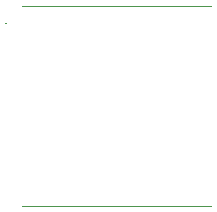
<source format=gbr>
G04 EasyPC Gerber Version 21.0.3 Build 4286 *
G04 #@! TF.Part,Single*
G04 #@! TF.FileFunction,Legend,Top *
G04 #@! TF.FilePolarity,Positive *
%FSLAX35Y35*%
%MOIN*%
%ADD12C,0.00394*%
X0Y0D02*
D02*
D12*
X188498Y90309D02*
G75*
G02X188892I197D01*
G01*
X188498D02*
G75*
G03X188892I197D01*
G01*
X194010Y29285D02*
X257002D01*
X194010Y96215D02*
X257002D01*
X0Y0D02*
M02*

</source>
